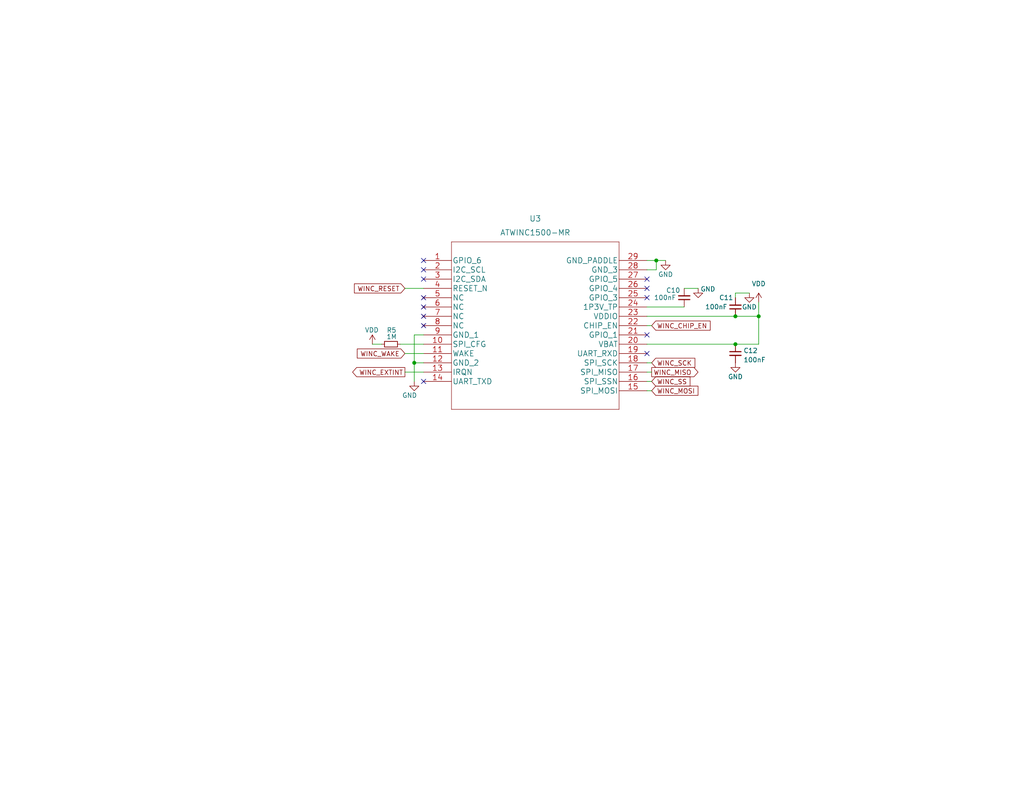
<source format=kicad_sch>
(kicad_sch (version 20211123) (generator eeschema)
  (paper "USLetter")
  (title_block (title "ATWINC1500-MR Control Circuit With Antenna") (date "2023-01-18") (rev "v1.3") (company "DCA"))
  (lib_symbols
    (symbol "ATWINK1500REAL:ATWINC1500-MR210PB1961" (pin_names (offset 0.254))
      (property "Reference" "U" (at 30.48 10.16 0))
      (property "Value" "ATWINC1500-MR210PB1961" (at 30.48 7.62 0))
      (symbol "ATWINC1500-MR210PB1961_1_1"
        (polyline (pts (xy 7.62 -40.64) (xy 53.34 -40.64)) (stroke (width 0.127)))
        (polyline (pts (xy 7.62 5.08) (xy 7.62 -40.64)) (stroke (width 0.127)))
        (polyline (pts (xy 53.34 -40.64) (xy 53.34 5.08)) (stroke (width 0.127)))
        (polyline (pts (xy 53.34 5.08) (xy 7.62 5.08)) (stroke (width 0.127)))
        (pin bidirectional line (at 0 0 0) (length 7.62) (name "GPIO_6") (number "1"))
        (pin input line (at 0 -22.86 0) (length 7.62) (name "SPI_CFG") (number "10"))
        (pin input line (at 0 -25.4 0) (length 7.62) (name "WAKE") (number "11"))
        (pin power_in line (at 0 -27.94 0) (length 7.62) (name "GND_2") (number "12"))
        (pin output line (at 0 -30.48 0) (length 7.62) (name "IRQN") (number "13"))
        (pin output line (at 0 -33.02 0) (length 7.62) (name "UART_TXD") (number "14"))
        (pin input line (at 60.96 -35.56 180) (length 7.62) (name "SPI_MOSI") (number "15"))
        (pin input line (at 60.96 -33.02 180) (length 7.62) (name "SPI_SSN") (number "16"))
        (pin output line (at 60.96 -30.48 180) (length 7.62) (name "SPI_MISO") (number "17"))
        (pin input line (at 60.96 -27.94 180) (length 7.62) (name "SPI_SCK") (number "18"))
        (pin input line (at 60.96 -25.4 180) (length 7.62) (name "UART_RXD") (number "19"))
        (pin bidirectional line (at 0 -2.54 0) (length 7.62) (name "I2C_SCL") (number "2"))
        (pin power_in line (at 60.96 -22.86 180) (length 7.62) (name "VBAT") (number "20"))
        (pin bidirectional line (at 60.96 -20.32 180) (length 7.62) (name "GPIO_1") (number "21"))
        (pin input line (at 60.96 -17.78 180) (length 7.62) (name "CHIP_EN") (number "22"))
        (pin power_in line (at 60.96 -15.24 180) (length 7.62) (name "VDDIO") (number "23"))
        (pin unspecified line (at 60.96 -12.7 180) (length 7.62) (name "1P3V_TP") (number "24"))
        (pin bidirectional line (at 60.96 -10.16 180) (length 7.62) (name "GPIO_3") (number "25"))
        (pin bidirectional line (at 60.96 -7.62 180) (length 7.62) (name "GPIO_4") (number "26"))
        (pin bidirectional line (at 60.96 -5.08 180) (length 7.62) (name "GPIO_5") (number "27"))
        (pin power_in line (at 60.96 -2.54 180) (length 7.62) (name "GND_3") (number "28"))
        (pin power_in line (at 60.96 0 180) (length 7.62) (name "GND_PADDLE") (number "29"))
        (pin bidirectional line (at 0 -5.08 0) (length 7.62) (name "I2C_SDA") (number "3"))
        (pin input line (at 0 -7.62 0) (length 7.62) (name "RESET_N") (number "4"))
        (pin no_connect line (at 0 -10.16 0) (length 7.62) (name "NC") (number "5"))
        (pin no_connect line (at 0 -12.7 0) (length 7.62) (name "NC") (number "6"))
        (pin no_connect line (at 0 -15.24 0) (length 7.62) (name "NC") (number "7"))
        (pin no_connect line (at 0 -17.78 0) (length 7.62) (name "NC") (number "8"))
        (pin power_in line (at 0 -20.32 0) (length 7.62) (name "GND_1") (number "9"))
      )
    )
    (symbol "Device:C_Small" (pin_numbers hide) (pin_names (offset 0.254) hide)
      (property "Reference" "C" (at 0.254 1.778 0))
      (property "Value" "C_Small" (at 0.254 -2.032 0))
      (symbol "C_Small_0_1"
        (polyline (pts (xy -1.524 -0.508) (xy 1.524 -0.508)) (stroke (width 0.3302)))
        (polyline (pts (xy -1.524 0.508) (xy 1.524 0.508)) (stroke (width 0.3048)))
      )
      (symbol "C_Small_1_1"
        (pin passive line (at 0 2.54 270) (length 2.032) (name "~") (number "1"))
        (pin passive line (at 0 -2.54 90) (length 2.032) (name "~") (number "2"))
      )
    )
    (symbol "Device:R_Small" (pin_numbers hide) (pin_names (offset 0.254) hide)
      (property "Reference" "R" (at 0.762 0.508 0))
      (property "Value" "R_Small" (at 0.762 -1.016 0))
      (symbol "R_Small_0_1"
        (rectangle (start -0.762 1.778) (end 0.762 -1.778) (stroke (width 0.2032)))
      )
      (symbol "R_Small_1_1"
        (pin passive line (at 0 2.54 270) (length 0.762) (name "~") (number "1"))
        (pin passive line (at 0 -2.54 90) (length 0.762) (name "~") (number "2"))
      )
    )
    (symbol "power:GND" (power) (pin_names (offset 0))
      (property "Value" "GND" (at 0 -3.81 0))
      (symbol "GND_0_1"
        (polyline (pts (xy 0 0) (xy 0 -1.27) (xy 1.27 -1.27) (xy 0 -2.54) (xy -1.27 -1.27) (xy 0 -1.27)))
      )
      (symbol "GND_1_1"
        (pin power_in line (at 0 0 270) (length 0) hide (name "GND") (number "1"))
      )
    )
    (symbol "power:VDD" (power) (pin_names (offset 0))
      (property "Value" "VDD" (at 0 3.81 0))
      (symbol "VDD_0_1"
        (polyline (pts (xy -0.762 1.27) (xy 0 2.54)))
        (polyline (pts (xy 0 0) (xy 0 2.54)))
        (polyline (pts (xy 0 2.54) (xy 0.762 1.27)))
      )
      (symbol "VDD_1_1"
        (pin power_in line (at 0 0 90) (length 0) hide (name "VDD") (number "1"))
      )
    )
  )
  (junction (at 200.66 86.36))
  (junction (at 179.07 71.12))
  (junction (at 200.66 93.98))
  (junction (at 113.03 99.06))
  (junction (at 207.01 86.36))
  (no_connect (at 115.57 76.2))
  (no_connect (at 176.53 78.74))
  (no_connect (at 176.53 96.52))
  (no_connect (at 115.57 71.12))
  (no_connect (at 176.53 81.28))
  (no_connect (at 115.57 104.14))
  (no_connect (at 115.57 86.36))
  (no_connect (at 115.57 81.28))
  (no_connect (at 115.57 83.82))
  (no_connect (at 115.57 88.9))
  (no_connect (at 115.57 73.66))
  (no_connect (at 176.53 91.44))
  (no_connect (at 176.53 76.2))
  (wire (pts (xy 176.53 86.36) (xy 200.66 86.36)))
  (wire (pts (xy 113.03 99.06) (xy 113.03 104.14)))
  (wire (pts (xy 176.53 73.66) (xy 179.07 73.66)))
  (wire (pts (xy 176.53 71.12) (xy 179.07 71.12)))
  (wire (pts (xy 179.07 73.66) (xy 179.07 71.12)))
  (wire (pts (xy 177.8 104.14) (xy 176.53 104.14)))
  (wire (pts (xy 109.22 93.98) (xy 115.57 93.98)))
  (wire (pts (xy 115.57 91.44) (xy 113.03 91.44)))
  (wire (pts (xy 176.53 93.98) (xy 200.66 93.98)))
  (wire (pts (xy 179.07 71.12) (xy 181.61 71.12)))
  (wire (pts (xy 110.49 101.6) (xy 115.57 101.6)))
  (wire (pts (xy 186.69 78.74) (xy 190.5 78.74)))
  (wire (pts (xy 200.66 93.98) (xy 207.01 93.98)))
  (wire (pts (xy 200.66 80.01) (xy 200.66 81.28)))
  (wire (pts (xy 176.53 101.6) (xy 177.8 101.6)))
  (wire (pts (xy 177.8 99.06) (xy 176.53 99.06)))
  (wire (pts (xy 110.49 78.74) (xy 115.57 78.74)))
  (wire (pts (xy 207.01 82.55) (xy 207.01 86.36)))
  (wire (pts (xy 200.66 86.36) (xy 207.01 86.36)))
  (wire (pts (xy 176.53 83.82) (xy 186.69 83.82)))
  (wire (pts (xy 115.57 99.06) (xy 113.03 99.06)))
  (wire (pts (xy 177.8 88.9) (xy 176.53 88.9)))
  (wire (pts (xy 110.49 96.52) (xy 115.57 96.52)))
  (wire (pts (xy 207.01 93.98) (xy 207.01 86.36)))
  (wire (pts (xy 113.03 91.44) (xy 113.03 99.06)))
  (wire (pts (xy 176.53 106.68) (xy 177.8 106.68)))
  (wire (pts (xy 104.14 93.98) (xy 101.6 93.98)))
  (wire (pts (xy 204.47 80.01) (xy 200.66 80.01)))
  (global_label "WINC_EXTINT" (shape output) (at 110.49 101.6 180) (property "Intersheet References" "${INTERSHEET_REFS}" (effects hide)))
  (global_label "WINC_RESET" (shape input) (at 110.49 78.74 180) (property "Intersheet References" "${INTERSHEET_REFS}" (effects hide)))
  (global_label "WINC_SCK" (shape input) (at 177.8 99.06 0) (property "Intersheet References" "${INTERSHEET_REFS}" (effects hide)))
  (global_label "WINC_MISO" (shape output) (at 177.8 101.6 0) (property "Intersheet References" "${INTERSHEET_REFS}" (effects hide)))
  (global_label "WINC_SS" (shape input) (at 177.8 104.14 0) (property "Intersheet References" "${INTERSHEET_REFS}" (effects hide)))
  (global_label "WINC_CHIP_EN" (shape input) (at 177.8 88.9 0) (property "Intersheet References" "${INTERSHEET_REFS}" (effects hide)))
  (global_label "WINC_WAKE" (shape input) (at 110.49 96.52 180) (property "Intersheet References" "${INTERSHEET_REFS}" (effects hide)))
  (global_label "WINC_MOSI" (shape input) (at 177.8 106.68 0) (property "Intersheet References" "${INTERSHEET_REFS}" (effects hide)))
  (symbol (lib_id "Device:C_Small") (at 186.69 81.28 180) (unit 1)
    (property "Reference" "C10" (at 181.7228 79.2698 0) (effects (justify right)))
    (property "Value" "100nF" (at 178.41 81.2532 0) (effects (justify right)))
    (property "Footprint" "Capacitor_SMD:C_0402_1005Metric" (effects hide))
  )
  (symbol (lib_id "Device:C_Small") (at 200.66 83.82 180) (unit 1)
    (property "Reference" "C11" (at 196.19 81.2532 0) (effects (justify right)))
    (property "Value" "100nF" (at 192.38 83.7932 0) (effects (justify right)))
    (property "Footprint" "Capacitor_SMD:C_0402_1005Metric" (effects hide))
  )
  (symbol (lib_id "Device:C_Small") (at 200.66 96.52 0) (unit 1)
    (property "Reference" "C12" (at 202.8402 95.7203 0) (effects (justify left)))
    (property "Value" "100nF" (at 202.8402 98.2603 0) (effects (justify left)))
    (property "Footprint" "Capacitor_SMD:C_0402_1005Metric" (effects hide))
  )
  (symbol (lib_id "power:VDD") (at 207.01 82.55 0) (unit 1)
    (property "Reference" "#PWR0113" (effects hide))
    (property "Value" "VDD" (at 207.01 77.47 0))
  )
  (symbol (lib_id "power:VDD") (at 101.6 93.98 0) (unit 1)
    (property "Reference" "#PWR0118" (effects hide))
    (property "Value" "VDD" (at 101.4402 90.1129 0))
  )
  (symbol (lib_id "Device:R_Small") (at 106.68 93.98 90) (unit 1)
    (property "Reference" "R5" (at 106.8435 90.1497 90))
    (property "Value" "1M" (at 106.8599 91.9342 90))
    (property "Footprint" "Resistor_SMD:R_0402_1005Metric" (effects hide))
  )
  (symbol (lib_id "ATWINK1500REAL:ATWINC1500-MR210PB1961") (at 115.57 71.12 0) (unit 1)
    (property "Reference" "U3" (at 146.05 59.69 0) (effects (font (size 1.524 1.524))))
    (property "Value" "ATWINC1500-MR" (at 146.05 63.5 0) (effects (font (size 1.524 1.524))))
    (property "Footprint" "ATWINK1500REAL:ATWINC1500-MR210PB1961" (effects hide))
  )
  (symbol (lib_id "power:GND") (at 200.66 99.06 0) (unit 1)
    (property "Reference" "#PWR0115" (effects hide))
    (property "Value" "GND" (at 200.66 102.87 0))
  )
  (symbol (lib_id "power:GND") (at 113.03 104.14 0) (unit 1)
    (property "Reference" "#PWR0117" (effects hide))
    (property "Value" "GND" (at 111.76 107.95 0))
  )
  (symbol (lib_id "power:GND") (at 181.61 71.12 0) (unit 1)
    (property "Reference" "#PWR0112" (effects hide))
    (property "Value" "GND" (at 181.61 74.93 0))
  )
  (symbol (lib_id "power:GND") (at 190.5 78.74 0) (unit 1)
    (property "Reference" "#PWR0116" (effects hide))
    (property "Value" "GND" (at 193.1566 78.9198 0))
  )
  (symbol (lib_id "power:GND") (at 204.47 80.01 0) (unit 1)
    (property "Reference" "#PWR0114" (effects hide))
    (property "Value" "GND" (at 204.47 83.82 0))
  )
)
</source>
